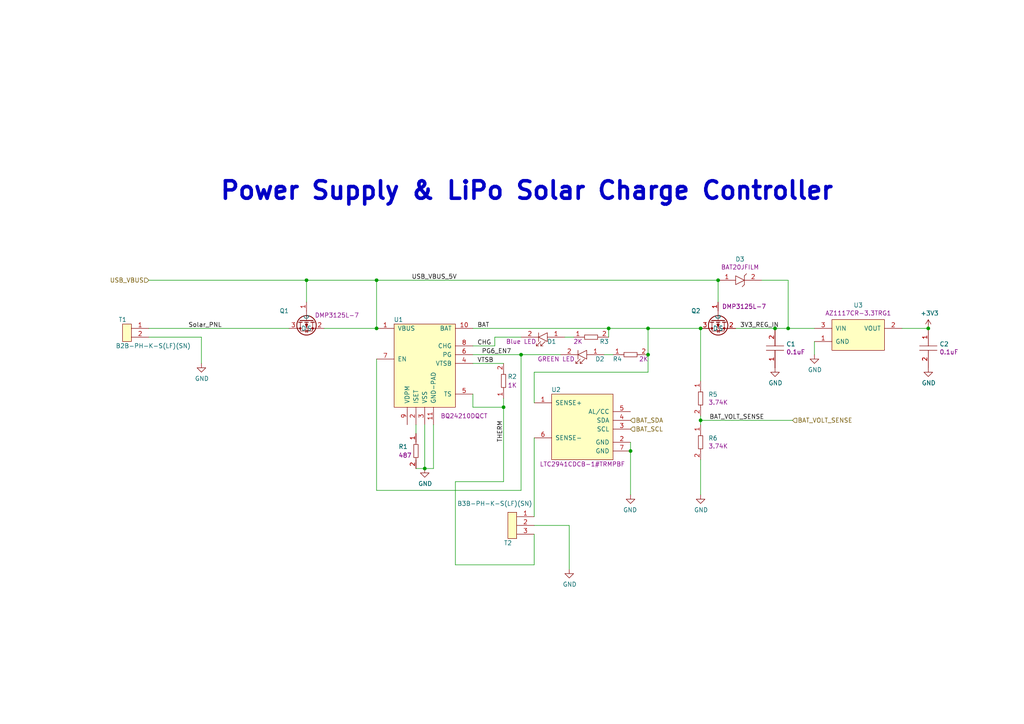
<source format=kicad_sch>
(kicad_sch (version 20231120) (generator "eeschema") (generator_version "8.0")
  (paper "A4")
  (lib_symbols
    (symbol "AVR-KiCAD-Lib-Capacitors:C0402C104K9PACTU" (pin_names (offset 1.016))
      (property "Reference" "C" (at -2.54 2.54 0))
      (property "_Value_" "0.1uF" (at 58.42 63.5 0))
      (symbol "C0402C104K9PACTU_1_1"
        (polyline (pts (xy 0 2.54) (xy 0 -2.54)))
        (polyline (pts (xy 1.27 2.54) (xy 1.27 -2.54)))
        (pin input line (at -5.08 0 0) (length 5.08) (name "~") (number "1"))
        (pin input line (at 6.35 0 180) (length 5.08) (name "~") (number "2"))
      )
    )
    (symbol "AVR-KiCAD-Lib-Capacitors:C0805C104M5RACTU" (pin_names (offset 1.016))
      (property "Reference" "C" (at -2.54 2.54 0))
      (property "_Value_" "0.1uF" (at 58.42 63.5 0))
      (symbol "C0805C104M5RACTU_1_1"
        (polyline (pts (xy 0 2.54) (xy 0 -2.54)))
        (polyline (pts (xy 1.27 2.54) (xy 1.27 -2.54)))
        (pin input line (at -5.08 0 0) (length 5.08) (name "~") (number "1"))
        (pin input line (at 6.35 0 180) (length 5.08) (name "~") (number "2"))
      )
    )
    (symbol "AVR-KiCAD-Lib-Connectors:B2B-PH-K-S(LF)(SN)" (pin_names (offset 1.016))
      (property "Reference" "J" (at 0 1.27 0))
      (property "Value" "B2B-PH-K-S(LF)(SN)" (at 3.81 -11.43 0))
      (symbol "B2B-PH-K-S(LF)(SN)_0_1"
        (rectangle (start 2.54 -5.08) (end 0 0) (fill (type background)))
      )
      (symbol "B2B-PH-K-S(LF)(SN)_1_1"
        (pin passive line (at 7.62 -1.27 180) (length 5.08) (name "~") (number "1"))
        (pin passive line (at 7.62 -3.81 180) (length 5.08) (name "~") (number "2"))
      )
    )
    (symbol "AVR-KiCAD-Lib-Connectors:B3B-PH-K-S(LF)(SN)" (pin_names (offset 1.016))
      (property "Reference" "J" (at 0 1.27 0))
      (property "Value" "B3B-PH-K-S(LF)(SN)" (at 3.81 -11.43 0))
      (symbol "B3B-PH-K-S(LF)(SN)_0_1"
        (rectangle (start 2.54 -7.62) (end 0 0) (fill (type background)))
      )
      (symbol "B3B-PH-K-S(LF)(SN)_1_1"
        (pin passive line (at 7.62 -1.27 180) (length 5.08) (name "~") (number "1"))
        (pin passive line (at 7.62 -3.81 180) (length 5.08) (name "~") (number "2"))
        (pin passive line (at 7.62 -6.35 180) (length 5.08) (name "~") (number "3"))
      )
    )
    (symbol "AVR-KiCAD-Lib-Diodes:BAT20JFILM" (pin_names (offset 1.016))
      (property "Reference" "D" (at -2.54 2.54 0))
      (property "_Value_" "BAT20JFILM" (at 58.42 63.5 0))
      (symbol "BAT20JFILM_0_1"
        (polyline (pts (xy 1.27 -1.27) (xy 0.635 -1.905)))
        (polyline (pts (xy 1.27 1.27) (xy 1.27 -1.27)))
        (polyline (pts (xy 1.27 1.27) (xy 1.905 1.905)))
        (polyline (pts (xy -1.27 1.27) (xy -1.27 -1.27) (xy 1.27 0) (xy -1.27 1.27)))
      )
      (symbol "BAT20JFILM_1_1"
        (pin passive line (at -6.35 0 0) (length 5.08) (name "~") (number "1"))
        (pin passive line (at 6.35 0 180) (length 5.08) (name "~") (number "2"))
      )
    )
    (symbol "AVR-KiCAD-Lib-Diodes:LTST-C194KGKT" (pin_names (offset 1.016))
      (property "Reference" "D" (at -2.54 2.54 0))
      (property "_Value_" "GREEN LED" (at 58.42 63.5 0))
      (symbol "LTST-C194KGKT_0_1"
        (polyline (pts (xy -0.635 1.27) (xy 0.635 2.54)))
        (polyline (pts (xy 0.635 2.54) (xy 0 2.54)))
        (polyline (pts (xy 0.635 2.54) (xy 0.635 1.905)))
        (polyline (pts (xy 1.27 -1.27) (xy 1.27 1.27)))
        (polyline (pts (xy 1.905 2.54) (xy 1.905 1.905)))
        (polyline (pts (xy 0.635 1.27) (xy 1.905 2.54) (xy 1.27 2.54)))
        (polyline (pts (xy -1.27 1.27) (xy -1.27 -1.27) (xy 1.27 0) (xy -1.27 1.27)))
      )
      (symbol "LTST-C194KGKT_1_1"
        (pin passive line (at -6.35 0 0) (length 5.08) (name "~") (number "1"))
        (pin passive line (at 6.35 0 180) (length 5.08) (name "~") (number "2"))
      )
    )
    (symbol "AVR-KiCAD-Lib-Diodes:LTST-C194TBKT" (pin_names (offset 1.016))
      (property "Reference" "D" (at -2.54 2.54 0))
      (property "_Value_" "Blue LED" (at 58.42 63.5 0))
      (symbol "LTST-C194TBKT_0_1"
        (polyline (pts (xy -0.635 1.27) (xy 0.635 2.54)))
        (polyline (pts (xy 0.635 2.54) (xy 0 2.54)))
        (polyline (pts (xy 0.635 2.54) (xy 0.635 1.905)))
        (polyline (pts (xy 1.27 -1.27) (xy 1.27 1.27)))
        (polyline (pts (xy 1.905 2.54) (xy 1.905 1.905)))
        (polyline (pts (xy 0.635 1.27) (xy 1.905 2.54) (xy 1.27 2.54)))
        (polyline (pts (xy -1.27 1.27) (xy -1.27 -1.27) (xy 1.27 0) (xy -1.27 1.27)))
      )
      (symbol "LTST-C194TBKT_1_1"
        (pin passive line (at -6.35 0 0) (length 5.08) (name "~") (number "1"))
        (pin passive line (at 6.35 0 180) (length 5.08) (name "~") (number "2"))
      )
    )
    (symbol "AVR-KiCAD-Lib-ICs:AZ1117CR-3.3TRG1" (pin_names (offset 1.016))
      (property "Reference" "U" (at 0 1.27 0))
      (property "_Value_" "AZ1117CR-3.3TRG1" (at 58.42 63.5 0))
      (symbol "AZ1117CR-3.3TRG1_1_1"
        (rectangle (start 0 0) (end 15.24 -8.89) (fill (type background)))
        (pin passive line (at -5.08 -6.35 0) (length 5.08) (name "GND") (number "1"))
        (pin power_out line (at 20.32 -2.54 180) (length 5.08) (name "VOUT") (number "2"))
        (pin power_in line (at -5.08 -2.54 0) (length 5.08) (name "VIN") (number "3"))
      )
    )
    (symbol "AVR-KiCAD-Lib-ICs:BQ24210DQCT" (pin_names (offset 1.016))
      (property "Reference" "U" (at 0 1.27 0))
      (property "_Value_" "BQ24210DQCT" (at 58.42 63.5 0))
      (symbol "BQ24210DQCT_1_1"
        (rectangle (start 0 0) (end 17.78 -24.13) (fill (type background)))
        (pin input line (at -5.08 -1.27 0) (length 5.08) (name "VBUS") (number "1"))
        (pin input line (at 22.86 -1.27 180) (length 5.08) (name "BAT") (number "10"))
        (pin input line (at 11.43 -29.21 90) (length 5.08) (name "GND-PAD") (number "11"))
        (pin input line (at 6.35 -29.21 90) (length 5.08) (name "ISET") (number "2"))
        (pin input line (at 8.89 -29.21 90) (length 5.08) (name "VSS") (number "3"))
        (pin input line (at 22.86 -11.43 180) (length 5.08) (name "VTSB") (number "4"))
        (pin input line (at 22.86 -20.32 180) (length 5.08) (name "TS") (number "5"))
        (pin input line (at 22.86 -8.89 180) (length 5.08) (name "PG") (number "6"))
        (pin input line (at -5.08 -10.16 0) (length 5.08) (name "EN") (number "7"))
        (pin input line (at 22.86 -6.35 180) (length 5.08) (name "CHG") (number "8"))
        (pin input line (at 3.81 -29.21 90) (length 5.08) (name "VDPM") (number "9"))
      )
    )
    (symbol "AVR-KiCAD-Lib-ICs:LTC2941CDCB-1#TRMPBF" (pin_names (offset 1.016))
      (property "Reference" "U" (at 1.27 1.27 0))
      (property "_Value_" "LTC2941CDCB-1#TRMPBF" (at 11.43 -20.32 0))
      (symbol "LTC2941CDCB-1#TRMPBF_0_1"
        (rectangle (start 0 0) (end 17.78 -19.05) (fill (type background)))
      )
      (symbol "LTC2941CDCB-1#TRMPBF_1_1"
        (pin input line (at 22.86 -2.54 180) (length 5.08) (name "SENSE+") (number "1"))
        (pin passive line (at -5.08 -13.97 0) (length 5.08) (name "GND") (number "2"))
        (pin input line (at -5.08 -10.16 0) (length 5.08) (name "SCL") (number "3"))
        (pin bidirectional line (at -5.08 -7.62 0) (length 5.08) (name "SDA") (number "4"))
        (pin output line (at -5.08 -5.08 0) (length 5.08) (name "AL/CC") (number "5"))
        (pin input line (at 22.86 -12.7 180) (length 5.08) (name "SENSE-") (number "6"))
        (pin passive line (at -5.08 -16.51 0) (length 5.08) (name "GND") (number "7"))
      )
    )
    (symbol "AVR-KiCAD-Lib-Resistors:ERA-3AEB3741V" (pin_names (offset 1.016))
      (property "Reference" "R" (at -2.54 2.54 0))
      (property "Value" "ERA-3AEB3741V" (at 1.27 5.08 0))
      (property "_Value_" "3.74K" (at 58.42 63.5 0))
      (symbol "ERA-3AEB3741V_0_1"
        (rectangle (start -1.905 0.635) (end 1.905 -0.635))
        (polyline (pts (xy -2.54 0) (xy -1.905 0)))
        (polyline (pts (xy -1.905 0) (xy -1.905 0)))
        (polyline (pts (xy 1.905 0) (xy 1.905 0)))
        (polyline (pts (xy 2.54 0) (xy 1.905 0)))
      )
      (symbol "ERA-3AEB3741V_1_1"
        (pin passive line (at -5.08 0 0) (length 2.5146) (name "~") (number "1"))
        (pin passive line (at 5.08 0 180) (length 2.5146) (name "~") (number "2"))
      )
    )
    (symbol "AVR-KiCAD-Lib-Resistors:RC0402FR-071KL" (pin_names (offset 1.016))
      (property "Reference" "R" (at -2.54 2.54 0))
      (property "Value" "RC0402FR-071KL" (at 1.27 5.08 0))
      (property "_Value_" "1K" (at 58.42 63.5 0))
      (symbol "RC0402FR-071KL_0_1"
        (rectangle (start -1.905 0.635) (end 1.905 -0.635))
        (polyline (pts (xy -2.54 0) (xy -1.905 0)))
        (polyline (pts (xy -1.905 0) (xy -1.905 0)))
        (polyline (pts (xy 1.905 0) (xy 1.905 0)))
        (polyline (pts (xy 2.54 0) (xy 1.905 0)))
      )
      (symbol "RC0402FR-071KL_1_1"
        (pin passive line (at -5.08 0 0) (length 2.5146) (name "~") (number "1"))
        (pin passive line (at 5.08 0 180) (length 2.5146) (name "~") (number "2"))
      )
    )
    (symbol "AVR-KiCAD-Lib-Resistors:RC0402FR-072KL" (pin_names (offset 1.016))
      (property "Reference" "R" (at -2.54 2.54 0))
      (property "Value" "RC0402FR-072KL" (at 1.27 5.08 0))
      (property "_Value_" "2K" (at 58.42 63.5 0))
      (symbol "RC0402FR-072KL_0_1"
        (rectangle (start -1.905 0.635) (end 1.905 -0.635))
        (polyline (pts (xy -2.54 0) (xy -1.905 0)))
        (polyline (pts (xy -1.905 0) (xy -1.905 0)))
        (polyline (pts (xy 1.905 0) (xy 1.905 0)))
        (polyline (pts (xy 2.54 0) (xy 1.905 0)))
      )
      (symbol "RC0402FR-072KL_1_1"
        (pin passive line (at -5.08 0 0) (length 2.5146) (name "~") (number "1"))
        (pin passive line (at 5.08 0 180) (length 2.5146) (name "~") (number "2"))
      )
    )
    (symbol "AVR-KiCAD-Lib-Resistors:RC0402FR-07487RL" (pin_names (offset 1.016))
      (property "Reference" "R" (at -2.54 2.54 0))
      (property "Value" "RC0402FR-07487RL" (at 1.27 5.08 0))
      (property "_Value_" "487" (at 58.42 63.5 0))
      (symbol "RC0402FR-07487RL_0_1"
        (rectangle (start -1.905 0.635) (end 1.905 -0.635))
        (polyline (pts (xy -2.54 0) (xy -1.905 0)))
        (polyline (pts (xy -1.905 0) (xy -1.905 0)))
        (polyline (pts (xy 1.905 0) (xy 1.905 0)))
        (polyline (pts (xy 2.54 0) (xy 1.905 0)))
      )
      (symbol "RC0402FR-07487RL_1_1"
        (pin passive line (at -5.08 0 0) (length 2.5146) (name "~") (number "1"))
        (pin passive line (at 5.08 0 180) (length 2.5146) (name "~") (number "2"))
      )
    )
    (symbol "AVR-KiCAD-Lib-Transistors:DMP3125L-7" (pin_names (offset 1.016))
      (property "Reference" "Q?" (at -3.81 3.81 0))
      (property "_Value_" "DMP3125L-7" (at 58.42 63.5 0))
      (symbol "DMP3125L-7_1_1"
        (circle (center -0.889 0) (radius 2.8194) (stroke (width 0.254)))
        (circle (center 0 -1.778) (radius 0.2794) (fill (type outline)))
        (polyline (pts (xy -5.08 0) (xy -2.286 0)))
        (polyline (pts (xy -1.778 -1.778) (xy 0 -1.778)))
        (polyline (pts (xy -1.778 -1.27) (xy -1.778 -2.286)) (stroke (width 0.254)))
        (polyline (pts (xy -1.778 0) (xy 0 0)))
        (polyline (pts (xy -1.778 0.508) (xy -1.778 -0.508)) (stroke (width 0.254)))
        (polyline (pts (xy -1.778 1.778) (xy 0 1.778)))
        (polyline (pts (xy -1.778 2.286) (xy -1.778 1.27)) (stroke (width 0.254)))
        (polyline (pts (xy 0 -1.778) (xy 0 -2.54)))
        (polyline (pts (xy 0 -1.778) (xy 0 0)))
        (polyline (pts (xy 0 2.54) (xy 0 1.778)))
        (polyline (pts (xy -2.286 1.905) (xy -2.286 -1.905) (xy -2.286 -1.905)) (stroke (width 0.254)))
        (polyline (pts (xy -0.254 0) (xy -1.27 -0.381) (xy -1.27 0.381) (xy -0.254 0)) (fill (type outline)))
        (polyline (pts (xy 0 -1.778) (xy 0.762 -1.778) (xy 0.762 1.778) (xy 0 1.778)))
        (polyline (pts (xy 0.254 -0.508) (xy 0.381 -0.381) (xy 1.143 -0.381) (xy 1.27 -0.254)))
        (polyline (pts (xy 0.762 -0.381) (xy 0.381 0.254) (xy 1.143 0.254) (xy 0.762 -0.381)))
        (circle (center 0 1.778) (radius 0.2794) (fill (type outline)))
        (pin input line (at -7.62 0 0) (length 2.54) (name "G") (number "1"))
        (pin passive line (at 0 -5.08 90) (length 2.54) (name "S") (number "2"))
        (pin passive line (at 0 5.08 270) (length 2.54) (name "D") (number "3"))
      )
    )
    (symbol "agricoltura-SunLeaf-2.4G-rescue:+3V3-power" (power) (pin_names (offset 0))
      (property "Value" "power_+3V3" (at 0 3.556 0))
      (symbol "+3V3-power_0_1"
        (polyline (pts (xy -0.762 1.27) (xy 0 2.54)))
        (polyline (pts (xy 0 0) (xy 0 2.54)))
        (polyline (pts (xy 0 2.54) (xy 0.762 1.27)))
      )
      (symbol "+3V3-power_1_1"
        (pin power_in line (at 0 0 90) (length 0) hide (name "+3V3") (number "1"))
      )
    )
    (symbol "agricoltura-SunLeaf-2.4G-rescue:GND-power" (power) (pin_names (offset 0))
      (property "Value" "power_GND" (at 0 -3.81 0))
      (symbol "GND-power_0_1"
        (polyline (pts (xy 0 0) (xy 0 -1.27) (xy 1.27 -1.27) (xy 0 -2.54) (xy -1.27 -1.27) (xy 0 -1.27)))
      )
      (symbol "GND-power_1_1"
        (pin power_in line (at 0 0 270) (length 0) hide (name "GND") (number "1"))
      )
    )
  )
  (junction (at 182.88 130.81))
  (junction (at 187.96 95.25))
  (junction (at 109.22 95.25))
  (junction (at 228.6 95.25))
  (junction (at 123.19 135.89))
  (junction (at 176.53 95.25))
  (junction (at 187.96 102.87))
  (junction (at 208.28 81.28))
  (junction (at 203.2 121.92))
  (junction (at 146.05 118.11))
  (junction (at 109.22 81.28))
  (junction (at 203.2 95.25))
  (junction (at 224.79 95.25))
  (junction (at 88.9 81.28))
  (junction (at 151.13 102.87))
  (junction (at 269.24 95.25))
  (wire (pts (xy 228.6 81.28) (xy 228.6 95.25)))
  (wire (pts (xy 132.08 163.83) (xy 154.94 163.83)))
  (wire (pts (xy 203.2 133.35) (xy 203.2 143.51)))
  (wire (pts (xy 220.98 81.28) (xy 228.6 81.28)))
  (wire (pts (xy 187.96 95.25) (xy 203.2 95.25)))
  (wire (pts (xy 236.22 99.06) (xy 236.22 102.87)))
  (wire (pts (xy 109.22 81.28) (xy 88.9 81.28)))
  (wire (pts (xy 132.08 163.83) (xy 132.08 139.7)))
  (wire (pts (xy 125.73 135.89) (xy 125.73 123.19)))
  (wire (pts (xy 109.22 142.24) (xy 109.22 104.14)))
  (wire (pts (xy 137.16 118.11) (xy 146.05 118.11)))
  (wire (pts (xy 224.79 95.25) (xy 228.6 95.25)))
  (wire (pts (xy 137.16 102.87) (xy 151.13 102.87)))
  (wire (pts (xy 120.65 123.19) (xy 120.65 125.73)))
  (wire (pts (xy 146.05 118.11) (xy 146.05 115.57)))
  (wire (pts (xy 154.94 107.95) (xy 187.96 107.95)))
  (wire (pts (xy 213.36 95.25) (xy 224.79 95.25)))
  (wire (pts (xy 123.19 135.89) (xy 125.73 135.89)))
  (wire (pts (xy 151.13 97.79) (xy 143.51 97.79)))
  (wire (pts (xy 151.13 102.87) (xy 151.13 142.24)))
  (wire (pts (xy 123.19 123.19) (xy 123.19 135.89)))
  (wire (pts (xy 203.2 95.25) (xy 203.2 110.49)))
  (wire (pts (xy 88.9 87.63) (xy 88.9 81.28)))
  (wire (pts (xy 154.94 152.4) (xy 165.1 152.4)))
  (wire (pts (xy 165.1 152.4) (xy 165.1 165.1)))
  (wire (pts (xy 203.2 120.65) (xy 203.2 121.92)))
  (wire (pts (xy 154.94 163.83) (xy 154.94 154.94)))
  (wire (pts (xy 175.26 102.87) (xy 177.8 102.87)))
  (wire (pts (xy 109.22 95.25) (xy 93.98 95.25)))
  (wire (pts (xy 203.2 121.92) (xy 203.2 123.19)))
  (wire (pts (xy 228.6 95.25) (xy 236.22 95.25)))
  (wire (pts (xy 187.96 102.87) (xy 187.96 95.25)))
  (wire (pts (xy 182.88 128.27) (xy 182.88 130.81)))
  (wire (pts (xy 154.94 116.84) (xy 154.94 107.95)))
  (wire (pts (xy 43.18 95.25) (xy 83.82 95.25)))
  (wire (pts (xy 58.42 97.79) (xy 58.42 105.41)))
  (wire (pts (xy 151.13 102.87) (xy 162.56 102.87)))
  (wire (pts (xy 137.16 100.33) (xy 143.51 100.33)))
  (wire (pts (xy 208.28 81.28) (xy 109.22 81.28)))
  (wire (pts (xy 187.96 107.95) (xy 187.96 102.87)))
  (wire (pts (xy 203.2 121.92) (xy 229.87 121.92)))
  (wire (pts (xy 137.16 105.41) (xy 146.05 105.41)))
  (wire (pts (xy 151.13 142.24) (xy 109.22 142.24)))
  (wire (pts (xy 109.22 95.25) (xy 109.22 81.28)))
  (wire (pts (xy 176.53 95.25) (xy 187.96 95.25)))
  (wire (pts (xy 176.53 97.79) (xy 176.53 95.25)))
  (wire (pts (xy 120.65 135.89) (xy 123.19 135.89)))
  (wire (pts (xy 261.62 95.25) (xy 269.24 95.25)))
  (wire (pts (xy 154.94 149.86) (xy 154.94 127)))
  (wire (pts (xy 208.28 81.28) (xy 208.28 87.63)))
  (wire (pts (xy 163.83 97.79) (xy 166.37 97.79)))
  (wire (pts (xy 88.9 81.28) (xy 43.18 81.28)))
  (wire (pts (xy 43.18 97.79) (xy 58.42 97.79)))
  (wire (pts (xy 146.05 118.11) (xy 146.05 139.7)))
  (wire (pts (xy 137.16 95.25) (xy 176.53 95.25)))
  (wire (pts (xy 137.16 114.3) (xy 137.16 118.11)))
  (wire (pts (xy 132.08 139.7) (xy 146.05 139.7)))
  (wire (pts (xy 143.51 97.79) (xy 143.51 100.33)))
  (wire (pts (xy 182.88 130.81) (xy 182.88 143.51)))
  (text "Power Supply & LiPo Solar Charge Controller" (at 63.5 58.42 0) (effects (font (size 5.08 5.08) (thickness 1.016) (bold yes)) (justify left bottom)))
  (label "3V3_REG_IN" (at 214.63 95.25 0))
  (label "BAT" (at 138.43 95.25 0))
  (label "CHG" (at 138.43 100.33 0))
  (label "VTSB" (at 138.43 105.41 0))
  (label "PG6_EN7" (at 139.7 102.87 0))
  (label "BAT_VOLT_SENSE" (at 205.74 121.92 0))
  (label "USB_VBUS_5V" (at 119.38 81.28 0))
  (label "THERM" (at 146.05 128.27 90))
  (label "Solar_PNL" (at 54.61 95.25 0))
  (hierarchical_label "BAT_SDA" (shape input) (at 182.88 121.92 0))
  (hierarchical_label "USB_VBUS" (shape input) (at 43.18 81.28 180))
  (hierarchical_label "BAT_VOLT_SENSE" (shape input) (at 229.87 121.92 0))
  (hierarchical_label "BAT_SCL" (shape input) (at 182.88 124.46 0))
  (symbol (lib_id "AVR-KiCAD-Lib-Transistors:DMP3125L-7") (at 88.9 95.25 90) (mirror x) (unit 1)
    (property "Reference" "Q1" (at 83.82 90.17 90) (effects (justify left)))
    (property "Value" "DMP3125L-7" (effects (hide yes)))
    (property "Footprint" "growbox-KiCAD-Transistors:SOT-23" (effects (hide yes)))
    (property "Datasheet" "https://www.diodes.com/assets/Datasheets/DMP3125L.pdf" (effects (hide yes)))
    (property "Cost QTY: 1" "0.46000" (effects (hide yes)))
    (property "Cost QTY: 1000" "0.09759" (effects (hide yes)))
    (property "Cost QTY: 2500" "*" (effects (hide yes)))
    (property "Cost QTY: 5000" "0.08324" (effects (hide yes)))
    (property "Cost QTY: 10000" "0.07624" (effects (hide yes)))
    (property "MFR" "Diodes Incorporated" (effects (hide yes)))
    (property "MFR#" "DMP3125L-7" (effects (hide yes)))
    (property "Vendor" "Digikey" (effects (hide yes)))
    (property "Vendor #" "DMP3125L-7DICT-ND" (effects (hide yes)))
    (property "Designer" "AVR" (effects (hide yes)))
    (property "Height" "1.10mm" (effects (hide yes)))
    (property "Date Created" "3/1/2020" (effects (hide yes)))
    (property "Date Modified" "3/1/2020" (effects (hide yes)))
    (property "Lead-Free ?" "Yes" (effects (hide yes)))
    (property "RoHS Levels" "1" (effects (hide yes)))
    (property "Mounting" "SMT" (effects (hide yes)))
    (property "Pin Count #" "3" (effects (hide yes)))
    (property "Status" "Active" (effects (hide yes)))
    (property "Tolerance" "*" (effects (hide yes)))
    (property "Type" "P-Channel MOSFET" (effects (hide yes)))
    (property "Voltage" "20V" (effects (hide yes)))
    (property "Package" "SOT23" (effects (hide yes)))
    (property "Description" "P-Channel 30V 2.5A (Ta) 650mW (Ta) Surface Mount SOT-23" (effects (hide yes)))
    (property "_Value_" "DMP3125L-7" (at 104.14 91.44 90) (effects (justify left)))
    (property "Management_ID" "*" (effects (hide yes)))
  )
  (symbol (lib_id "AVR-KiCAD-Lib-ICs:BQ24210DQCT") (at 114.3 93.98 0) (unit 1)
    (property "Reference" "U1" (at 115.57 92.71 0))
    (property "Value" "BQ24210DQCT" (effects (hide yes)))
    (property "Footprint" "growbox-KiCAD-ICs:BQ24210" (effects (hide yes)))
    (property "Datasheet" "http://www.ti.com/general/docs/suppproductinfo.tsp?distId=10&gotoUrl=http%3A%2F%2Fwww.ti.com%2Flit%2Fgpn%2Fbq24210" (effects (hide yes)))
    (property "Cost QTY: 1" "2.95000" (effects (hide yes)))
    (property "Cost QTY: 1000" "*" (effects (hide yes)))
    (property "Cost QTY: 2500" "*" (effects (hide yes)))
    (property "Cost QTY: 5000" "*" (effects (hide yes)))
    (property "Cost QTY: 10000" "*" (effects (hide yes)))
    (property "MFR" "Texas Instruments" (effects (hide yes)))
    (property "MFR#" "BQ24210DQCT" (effects (hide yes)))
    (property "Vendor" "Digikey" (effects (hide yes)))
    (property "Vendor #" "296-28738-1-ND" (effects (hide yes)))
    (property "Designer" "AVR" (effects (hide yes)))
    (property "Height" "0.8mm" (effects (hide yes)))
    (property "Date Created" "6/4/2020" (effects (hide yes)))
    (property "Date Modified" "6/4/2020" (effects (hide yes)))
    (property "Lead-Free ?" "Yes" (effects (hide yes)))
    (property "RoHS Levels" "1" (effects (hide yes)))
    (property "Mounting" "SMT" (effects (hide yes)))
    (property "Pin Count #" "10" (effects (hide yes)))
    (property "Status" "Active" (effects (hide yes)))
    (property "Tolerance" "*" (effects (hide yes)))
    (property "Type" "Battery Charger and BMS" (effects (hide yes)))
    (property "Voltage" "18V MAX IN, 4.2V BATT MAX" (effects (hide yes)))
    (property "Package" "WSON10" (effects (hide yes)))
    (property "Description" "Charger IC Lithium-Ion 10-WSON (3x2)" (effects (hide yes)))
    (property "_Value_" "BQ24210DQCT" (at 134.62 120.65 0))
    (property "Management_ID" "*" (effects (hide yes)))
  )
  (symbol (lib_id "AVR-KiCAD-Lib-Diodes:LTST-C194TBKT") (at 157.48 97.79 180) (unit 1)
    (property "Reference" "D1" (at 160.02 99.06 0))
    (property "Value" "LTST-C194TBKT" (effects (hide yes)))
    (property "Footprint" "AVR-KiCAD-Lib-Diodes:LED0603" (effects (hide yes)))
    (property "Datasheet" "http://optoelectronics.liteon.com/upload/download/DS22-2010-0025/LTST-C194TBKT.PDF" (effects (hide yes)))
    (property "Cost QTY: 1" "0.42000" (effects (hide yes)))
    (property "Cost QTY: 1000" "0.07797" (effects (hide yes)))
    (property "Cost QTY: 2500" "*" (effects (hide yes)))
    (property "Cost QTY: 5000" "0.06102" (effects (hide yes)))
    (property "Cost QTY: 10000" "0.05424" (effects (hide yes)))
    (property "MFR" "Lite-On Inc." (effects (hide yes)))
    (property "MFR#" "LTST-C194TBKT" (effects (hide yes)))
    (property "Vendor" "Digikey" (effects (hide yes)))
    (property "Vendor #" "160-1837-2-ND" (effects (hide yes)))
    (property "Designer" "AVR" (effects (hide yes)))
    (property "Height" "0.45mm" (effects (hide yes)))
    (property "Date Created" "3/1/2020" (effects (hide yes)))
    (property "Date Modified" "3/1/2020" (effects (hide yes)))
    (property "Lead-Free ?" "Yes" (effects (hide yes)))
    (property "RoHS Levels" "1" (effects (hide yes)))
    (property "Mounting" "SMT" (effects (hide yes)))
    (property "Pin Count #" "2" (effects (hide yes)))
    (property "Status" "Active" (effects (hide yes)))
    (property "Tolerance" "*" (effects (hide yes)))
    (property "Type" "Blue LED Colorless" (effects (hide yes)))
    (property "Voltage" "3.3V" (effects (hide yes)))
    (property "Package" "0603" (effects (hide yes)))
    (property "Description" "Blue 468nm LED Indication - Discrete 3.3V 0603 (1608 Metric)" (effects (hide yes)))
    (property "_Value_" "Blue LED" (at 151.13 99.06 0))
    (property "Management_ID" "*" (effects (hide yes)))
  )
  (symbol (lib_id "AVR-KiCAD-Lib-Resistors:RC0402FR-072KL") (at 171.45 97.79 0) (unit 1)
    (property "Reference" "R3" (at 175.26 99.06 0))
    (property "Value" "RC0402FR-072KL" (effects (hide yes)))
    (property "Footprint" "AVR-KiCAD-Lib-Resistors:R0402" (effects (hide yes)))
    (property "Datasheet" "https://www.yageo.com/upload/media/product/productsearch/datasheet/rchip/PYu-RC_Group_51_RoHS_L_10.pdf" (effects (hide yes)))
    (property "Cost QTY: 1" "0.10000" (effects (hide yes)))
    (property "Cost QTY: 1000" "0.00289" (effects (hide yes)))
    (property "Cost QTY: 2500" "0.00251" (effects (hide yes)))
    (property "Cost QTY: 5000" "0.00207" (effects (hide yes)))
    (property "Cost QTY: 10000" "0.00163" (effects (hide yes)))
    (property "MFR" "Yageo" (effects (hide yes)))
    (property "MFR#" "RC0402FR-072KL" (effects (hide yes)))
    (property "Vendor" "Digikey" (effects (hide yes)))
    (property "Vendor #" "311-2KLRCT-ND" (effects (hide yes)))
    (property "Designer" "AVR" (effects (hide yes)))
    (property "Height" "0.4mm" (effects (hide yes)))
    (property "Date Created" "7/6/2020" (effects (hide yes)))
    (property "Date Modified" "7/6/2020" (effects (hide yes)))
    (property "Lead-Free ?" "Yes" (effects (hide yes)))
    (property "RoHS Levels" "1" (effects (hide yes)))
    (property "Mounting" "SMT" (effects (hide yes)))
    (property "Pin Count #" "2" (effects (hide yes)))
    (property "Status" "Active" (effects (hide yes)))
    (property "Tolerance" "1%" (effects (hide yes)))
    (property "Type" "Resistor" (effects (hide yes)))
    (property "Voltage" "*" (effects (hide yes)))
    (property "Package" "0402" (effects (hide yes)))
    (property "_Value_" "2K" (at 167.64 99.06 0))
    (property "Description" "2 kOhms ±1% 0.063W, 1/16W Chip Resistor 0402 (1005 Metric) Moisture Resistant Thick Film" (effects (hide yes)))
    (property "Management_ID" "*" (effects (hide yes)))
  )
  (symbol (lib_id "AVR-KiCAD-Lib-Resistors:RC0402FR-072KL") (at 182.88 102.87 0) (unit 1)
    (property "Reference" "R4" (at 179.07 104.14 0))
    (property "Value" "RC0402FR-072KL" (effects (hide yes)))
    (property "Footprint" "AVR-KiCAD-Lib-Resistors:R0402" (effects (hide yes)))
    (property "Datasheet" "https://www.yageo.com/upload/media/product/productsearch/datasheet/rchip/PYu-RC_Group_51_RoHS_L_10.pdf" (effects (hide yes)))
    (property "Cost QTY: 1" "0.10000" (effects (hide yes)))
    (property "Cost QTY: 1000" "0.00289" (effects (hide yes)))
    (property "Cost QTY: 2500" "0.00251" (effects (hide yes)))
    (property "Cost QTY: 5000" "0.00207" (effects (hide yes)))
    (property "Cost QTY: 10000" "0.00163" (effects (hide yes)))
    (property "MFR" "Yageo" (effects (hide yes)))
    (property "MFR#" "RC0402FR-072KL" (effects (hide yes)))
    (property "Vendor" "Digikey" (effects (hide yes)))
    (property "Vendor #" "311-2KLRCT-ND" (effects (hide yes)))
    (property "Designer" "AVR" (effects (hide yes)))
    (property "Height" "0.4mm" (effects (hide yes)))
    (property "Date Created" "7/6/2020" (effects (hide yes)))
    (property "Date Modified" "7/6/2020" (effects (hide yes)))
    (property "Lead-Free ?" "Yes" (effects (hide yes)))
    (property "RoHS Levels" "1" (effects (hide yes)))
    (property "Mounting" "SMT" (effects (hide yes)))
    (property "Pin Count #" "2" (effects (hide yes)))
    (property "Status" "Active" (effects (hide yes)))
    (property "Tolerance" "1%" (effects (hide yes)))
    (property "Type" "Resistor" (effects (hide yes)))
    (property "Voltage" "*" (effects (hide yes)))
    (property "Package" "0402" (effects (hide yes)))
    (property "_Value_" "2K" (at 186.69 104.14 0))
    (property "Description" "2 kOhms ±1% 0.063W, 1/16W Chip Resistor 0402 (1005 Metric) Moisture Resistant Thick Film" (effects (hide yes)))
    (property "Management_ID" "*" (effects (hide yes)))
  )
  (symbol (lib_id "AVR-KiCAD-Lib-Resistors:RC0402FR-071KL") (at 146.05 110.49 90) (unit 1)
    (property "Reference" "R2" (at 148.59 109.22 90))
    (property "Value" "RC0402FR-071KL" (effects (hide yes)))
    (property "Footprint" "AVR-KiCAD-Lib-Resistors:R0402" (effects (hide yes)))
    (property "Datasheet" "https://www.yageo.com/upload/media/product/productsearch/datasheet/rchip/PYu-RC_Group_51_RoHS_L_10.pdf" (effects (hide yes)))
    (property "Cost QTY: 1" "0.10000" (effects (hide yes)))
    (property "Cost QTY: 1000" "0.00289" (effects (hide yes)))
    (property "Cost QTY: 2500" "0.00251" (effects (hide yes)))
    (property "Cost QTY: 5000" "0.00207" (effects (hide yes)))
    (property "Cost QTY: 10000" "0.00163" (effects (hide yes)))
    (property "MFR" "Yageo" (effects (hide yes)))
    (property "MFR#" "RC0402FR-071KL" (effects (hide yes)))
    (property "Vendor" "Digikey" (effects (hide yes)))
    (property "Vendor #" "311-1.00KLRTR-ND" (effects (hide yes)))
    (property "Designer" "AVR" (effects (hide yes)))
    (property "Height" "0.4mm" (effects (hide yes)))
    (property "Date Created" "12/11/2019" (effects (hide yes)))
    (property "Date Modified" "12/11/2019" (effects (hide yes)))
    (property "Lead-Free ?" "Yes" (effects (hide yes)))
    (property "RoHS Levels" "1" (effects (hide yes)))
    (property "Mounting" "SMT" (effects (hide yes)))
    (property "Pin Count #" "2" (effects (hide yes)))
    (property "Status" "Active" (effects (hide yes)))
    (property "Tolerance" "1%" (effects (hide yes)))
    (property "Type" "Thick Film Resistor" (effects (hide yes)))
    (property "Voltage" "*" (effects (hide yes)))
    (property "Package" "0402" (effects (hide yes)))
    (property "_Value_" "1K" (at 148.59 111.76 90))
    (property "Management_ID" "*" (effects (hide yes)))
    (property "Description" " kOhms ±1% 0.063W, 1/16W Chip Resistor 0402 (1005 Metric) Moisture Resistant Thick Film" (effects (hide yes)))
  )
  (symbol (lib_id "AVR-KiCAD-Lib-ICs:AZ1117CR-3.3TRG1") (at 241.3 92.71 0) (unit 1)
    (property "Reference" "U3" (at 248.92 88.519 0))
    (property "Value" "AZ1117CR-3.3TRG1" (effects (hide yes)))
    (property "Footprint" "AVR-KiCAD-Lib-ICs:SOT_89" (effects (hide yes)))
    (property "Datasheet" "https://www.diodes.com/assets/Datasheets/AZ1117C.pdf" (effects (hide yes)))
    (property "Cost QTY: 1" "0.40000" (effects (hide yes)))
    (property "Cost QTY: 1000" "0.09898" (effects (hide yes)))
    (property "Cost QTY: 2500" "*" (effects (hide yes)))
    (property "Cost QTY: 5000" "0.08413" (effects (hide yes)))
    (property "Cost QTY: 10000" "0.07671" (effects (hide yes)))
    (property "MFR" "Diodes Incorporated" (effects (hide yes)))
    (property "MFR#" "AZ1117CR-3.3TRG1" (effects (hide yes)))
    (property "Vendor" "Digikey" (effects (hide yes)))
    (property "Vendor #" "AZ1117CR-3.3TRG1DITR-ND" (effects (hide yes)))
    (property "Designer" "AVR" (effects (hide yes)))
    (property "Height" "1.6mm" (effects (hide yes)))
    (property "Date Created" "7/9/2020" (effects (hide yes)))
    (property "Date Modified" "7/9/2020" (effects (hide yes)))
    (property "Lead-Free ?" "Yes" (effects (hide yes)))
    (property "RoHS Levels" "1" (effects (hide yes)))
    (property "Mounting" "SMT" (effects (hide yes)))
    (property "Pin Count #" "3" (effects (hide yes)))
    (property "Status" "Active" (effects (hide yes)))
    (property "Tolerance" "*" (effects (hide yes)))
    (property "Type" "IC, LDO" (effects (hide yes)))
    (property "Voltage" "15IN, 3V3 OUT" (effects (hide yes)))
    (property "Package" "SOT-89" (effects (hide yes)))
    (property "Description" "Linear Voltage Regulator IC  1 Output  800mA SOT-89" (effects (hide yes)))
    (property "_Value_" "AZ1117CR-3.3TRG1" (at 248.92 90.8304 0))
    (property "Management_ID" "*" (effects (hide yes)))
  )
  (symbol (lib_id "AVR-KiCAD-Lib-Resistors:ERA-3AEB3741V") (at 203.2 115.57 270) (unit 1)
    (property "Reference" "R5" (at 205.4352 114.4016 90) (effects (justify left)))
    (property "Value" "ERA-3AEB3741V" (effects (hide yes)))
    (property "Footprint" "AVR-KiCAD-Lib-Resistors:R0603" (effects (hide yes)))
    (property "Datasheet" "https://industrial.panasonic.com/cdbs/www-data/pdf/RDM0000/AOA0000C307.pdf" (effects (hide yes)))
    (property "Cost QTY: 1" "0.34000" (effects (hide yes)))
    (property "Cost QTY: 1000" "0.04673" (effects (hide yes)))
    (property "Cost QTY: 2500" "0.04284" (effects (hide yes)))
    (property "Cost QTY: 5000" "0.03540" (effects (hide yes)))
    (property "Cost QTY: 10000" "0.03304" (effects (hide yes)))
    (property "MFR" "Panasonic Electronic Components" (effects (hide yes)))
    (property "MFR#" "ERA-3AEB3741V" (effects (hide yes)))
    (property "Vendor" "Digikey" (effects (hide yes)))
    (property "Vendor #" "P3.74KDBTR-ND" (effects (hide yes)))
    (property "Designer" "AVR" (effects (hide yes)))
    (property "Height" "0.55mm" (effects (hide yes)))
    (property "Date Created" "7/9/2020" (effects (hide yes)))
    (property "Date Modified" "7/9/2020" (effects (hide yes)))
    (property "Lead-Free ?" "Yes" (effects (hide yes)))
    (property "RoHS Levels" "1" (effects (hide yes)))
    (property "Mounting" "SMT" (effects (hide yes)))
    (property "Pin Count #" "2" (effects (hide yes)))
    (property "Status" "Active" (effects (hide yes)))
    (property "Tolerance" "1%" (effects (hide yes)))
    (property "Type" "Resistor" (effects (hide yes)))
    (property "Voltage" "*" (effects (hide yes)))
    (property "Package" "0603" (effects (hide yes)))
    (property "_Value_" "3.74K" (at 205.4352 116.713 90) (effects (justify left)))
    (property "Management_ID" "*" (effects (hide yes)))
    (property "Description" "3.74 kOhms ±0.1% 0.1W, 1/10W Chip Resistor 0603 (1608 Metric) Automotive AEC-Q200 Thin Film" (effects (hide yes)))
  )
  (symbol (lib_id "AVR-KiCAD-Lib-Diodes:LTST-C194KGKT") (at 168.91 102.87 180) (unit 1)
    (property "Reference" "D2" (at 173.99 104.14 0))
    (property "Value" "LTST-C194KGKT" (effects (hide yes)))
    (property "Footprint" "AVR-KiCAD-Lib-Diodes:LED0603" (effects (hide yes)))
    (property "Datasheet" "https://optoelectronics.liteon.com/upload/download/DS22-2010-0197/LTST-C194KGKT.PDF" (effects (hide yes)))
    (property "Cost QTY: 1" "0.39000" (effects (hide yes)))
    (property "Cost QTY: 1000" "0.07027" (effects (hide yes)))
    (property "Cost QTY: 2500" "0.06877" (effects (hide yes)))
    (property "Cost QTY: 5000" "0.05980" (effects (hide yes)))
    (property "Cost QTY: 10000" "0.05382" (effects (hide yes)))
    (property "MFR" "Lite-On Inc." (effects (hide yes)))
    (property "MFR#" "LTST-C194KGKT" (effects (hide yes)))
    (property "Vendor" "Digikey" (effects (hide yes)))
    (property "Vendor #" "160-1834-2-ND" (effects (hide yes)))
    (property "Designer" "AVR" (effects (hide yes)))
    (property "Height" "0.45mm" (effects (hide yes)))
    (property "Date Created" "5/31/2020" (effects (hide yes)))
    (property "Date Modified" "5/31/2020" (effects (hide yes)))
    (property "Lead-Free ?" "Yes" (effects (hide yes)))
    (property "RoHS Levels" "1" (effects (hide yes)))
    (property "Mounting" "SMT" (effects (hide yes)))
    (property "Pin Count #" "2" (effects (hide yes)))
    (property "Status" "Active" (effects (hide yes)))
    (property "Tolerance" "*" (effects (hide yes)))
    (property "Type" "LED GREEN CLEAR SMD" (effects (hide yes)))
    (property "Voltage" "2.1V" (effects (hide yes)))
    (property "Package" "0603" (effects (hide yes)))
    (property "Description" "Green 572nm LED Indication - Discrete 2.1V 0603 (1608 Metric)" (effects (hide yes)))
    (property "_Value_" "GREEN LED" (at 161.29 104.14 0))
    (property "Management_ID" "*" (effects (hide yes)))
  )
  (symbol (lib_id "AVR-KiCAD-Lib-Resistors:RC0402FR-07487RL") (at 120.65 130.81 270) (unit 1)
    (property "Reference" "R1" (at 115.57 129.54 90) (effects (justify left)))
    (property "Value" "RC0402FR-07487RL" (effects (hide yes)))
    (property "Footprint" "AVR-KiCAD-Lib-Resistors:R0402" (effects (hide yes)))
    (property "Datasheet" "https://www.yageo.com/upload/media/product/productsearch/datasheet/rchip/PYu-RC_Group_51_RoHS_L_10.pdf" (effects (hide yes)))
    (property "Cost QTY: 1" "0.10000" (effects (hide yes)))
    (property "Cost QTY: 1000" "0.00289" (effects (hide yes)))
    (property "Cost QTY: 2500" "0.00251" (effects (hide yes)))
    (property "Cost QTY: 5000" "0.00207" (effects (hide yes)))
    (property "Cost QTY: 10000" "0.00163" (effects (hide yes)))
    (property "MFR" "Yageo" (effects (hide yes)))
    (property "MFR#" "RC0402FR-07487RL" (effects (hide yes)))
    (property "Vendor" "Digikey" (effects (hide yes)))
    (property "Vendor #" "YAG2373CT-ND" (effects (hide yes)))
    (property "Designer" "AVR" (effects (hide yes)))
    (property "Height" "0.4mm" (effects (hide yes)))
    (property "Date Created" "6/4/2020" (effects (hide yes)))
    (property "Date Modified" "6/4/2020" (effects (hide yes)))
    (property "Lead-Free ?" "Yes" (effects (hide yes)))
    (property "RoHS Levels" "1" (effects (hide yes)))
    (property "Mounting" "SMT" (effects (hide yes)))
    (property "Pin Count #" "2" (effects (hide yes)))
    (property "Status" "Active" (effects (hide yes)))
    (property "Tolerance" "1%" (effects (hide yes)))
    (property "Type" "Chip Resistor" (effects (hide yes)))
    (property "Voltage" "*" (effects (hide yes)))
    (property "Package" "0402" (effects (hide yes)))
    (property "_Value_" "487" (at 115.57 132.08 90) (effects (justify left)))
    (property "Management_ID" "*" (effects (hide yes)))
    (property "Description" "487 Ohms ±1% 0.063W, 1/16W Chip Resistor 0402 (1005 Metric) Moisture Resistant Thick Film" (effects (hide yes)))
  )
  (symbol (lib_id "agricoltura-SunLeaf-2.4G-rescue:GND-power") (at 123.19 135.89 0) (unit 1)
    (property "Reference" "#PWR02" (effects (hide yes)))
    (property "Value" "GND" (at 123.317 140.2842 0))
  )
  (symbol (lib_id "AVR-KiCAD-Lib-Resistors:ERA-3AEB3741V") (at 203.2 128.27 270) (unit 1)
    (property "Reference" "R6" (at 205.4352 127.1016 90) (effects (justify left)))
    (property "Value" "ERA-3AEB3741V" (effects (hide yes)))
    (property "Footprint" "AVR-KiCAD-Lib-Resistors:R0603" (effects (hide yes)))
    (property "Datasheet" "https://industrial.panasonic.com/cdbs/www-data/pdf/RDM0000/AOA0000C307.pdf" (effects (hide yes)))
    (property "Cost QTY: 1" "0.34000" (effects (hide yes)))
    (property "Cost QTY: 1000" "0.04673" (effects (hide yes)))
    (property "Cost QTY: 2500" "0.04284" (effects (hide yes)))
    (property "Cost QTY: 5000" "0.03540" (effects (hide yes)))
    (property "Cost QTY: 10000" "0.03304" (effects (hide yes)))
    (property "MFR" "Panasonic Electronic Components" (effects (hide yes)))
    (property "MFR#" "ERA-3AEB3741V" (effects (hide yes)))
    (property "Vendor" "Digikey" (effects (hide yes)))
    (property "Vendor #" "P3.74KDBTR-ND" (effects (hide yes)))
    (property "Designer" "AVR" (effects (hide yes)))
    (property "Height" "0.55mm" (effects (hide yes)))
    (property "Date Created" "7/9/2020" (effects (hide yes)))
    (property "Date Modified" "7/9/2020" (effects (hide yes)))
    (property "Lead-Free ?" "Yes" (effects (hide yes)))
    (property "RoHS Levels" "1" (effects (hide yes)))
    (property "Mounting" "SMT" (effects (hide yes)))
    (property "Pin Count #" "2" (effects (hide yes)))
    (property "Status" "Active" (effects (hide yes)))
    (property "Tolerance" "1%" (effects (hide yes)))
    (property "Type" "Resistor" (effects (hide yes)))
    (property "Voltage" "*" (effects (hide yes)))
    (property "Package" "0603" (effects (hide yes)))
    (property "_Value_" "3.74K" (at 205.4352 129.413 90) (effects (justify left)))
    (property "Management_ID" "*" (effects (hide yes)))
    (property "Description" "3.74 kOhms ±0.1% 0.1W, 1/10W Chip Resistor 0603 (1608 Metric) Automotive AEC-Q200 Thin Film" (effects (hide yes)))
  )
  (symbol (lib_id "agricoltura-SunLeaf-2.4G-rescue:GND-power") (at 165.1 165.1 0) (unit 1)
    (property "Reference" "#PWR03" (effects (hide yes)))
    (property "Value" "GND" (at 165.227 169.4942 0))
  )
  (symbol (lib_id "agricoltura-SunLeaf-2.4G-rescue:GND-power") (at 236.22 102.87 0) (unit 1)
    (property "Reference" "#PWR07" (effects (hide yes)))
    (property "Value" "GND" (at 236.347 107.2642 0))
  )
  (symbol (lib_id "AVR-KiCAD-Lib-Transistors:DMP3125L-7") (at 208.28 95.25 90) (mirror x) (unit 1)
    (property "Reference" "Q2" (at 203.2 90.17 90) (effects (justify left)))
    (property "Value" "DMP3125L-7" (effects (hide yes)))
    (property "Footprint" "growbox-KiCAD-Transistors:SOT-23" (effects (hide yes)))
    (property "Datasheet" "https://www.diodes.com/assets/Datasheets/DMP3125L.pdf" (effects (hide yes)))
    (property "Cost QTY: 1" "0.46000" (effects (hide yes)))
    (property "Cost QTY: 1000" "0.09759" (effects (hide yes)))
    (property "Cost QTY: 2500" "*" (effects (hide yes)))
    (property "Cost QTY: 5000" "0.08324" (effects (hide yes)))
    (property "Cost QTY: 10000" "0.07624" (effects (hide yes)))
    (property "MFR" "Diodes Incorporated" (effects (hide yes)))
    (property "MFR#" "DMP3125L-7" (effects (hide yes)))
    (property "Vendor" "Digikey" (effects (hide yes)))
    (property "Vendor #" "DMP3125L-7DICT-ND" (effects (hide yes)))
    (property "Designer" "AVR" (effects (hide yes)))
    (property "Height" "1.10mm" (effects (hide yes)))
    (property "Date Created" "3/1/2020" (effects (hide yes)))
    (property "Date Modified" "3/1/2020" (effects (hide yes)))
    (property "Lead-Free ?" "Yes" (effects (hide yes)))
    (property "RoHS Levels" "1" (effects (hide yes)))
    (property "Mounting" "SMT" (effects (hide yes)))
    (property "Pin Count #" "3" (effects (hide yes)))
    (property "Status" "Active" (effects (hide yes)))
    (property "Tolerance" "*" (effects (hide yes)))
    (property "Type" "P-Channel MOSFET" (effects (hide yes)))
    (property "Voltage" "20V" (effects (hide yes)))
    (property "Package" "SOT23" (effects (hide yes)))
    (property "Description" "P-Channel 30V 2.5A (Ta) 650mW (Ta) Surface Mount SOT-23" (effects (hide yes)))
    (property "_Value_" "DMP3125L-7" (at 222.25 88.9 90) (effects (justify left)))
    (property "Management_ID" "*" (effects (hide yes)))
  )
  (symbol (lib_id "AVR-KiCAD-Lib-ICs:LTC2941CDCB-1#TRMPBF") (at 177.8 114.3 0) (mirror y) (unit 1)
    (property "Reference" "U2" (at 161.29 113.03 0))
    (property "Value" "LTC2941CDCB-1#TRMPBF" (effects (hide yes)))
    (property "Footprint" "AVR-KiCAD-Lib-ICs:LTC2941CDCB-1-TRMPBF" (effects (hide yes)))
    (property "Datasheet" "https://www.analog.com/media/en/technical-documentation/data-sheets/29411f.pdf" (effects (hide yes)))
    (property "Cost QTY: 1" "4.25000" (effects (hide yes)))
    (property "Cost QTY: 1000" "*" (effects (hide yes)))
    (property "Cost QTY: 2500" "*" (effects (hide yes)))
    (property "Cost QTY: 5000" "*" (effects (hide yes)))
    (property "Cost QTY: 10000" "*" (effects (hide yes)))
    (property "MFR" "Linear Technology/Analog Devices" (effects (hide yes)))
    (property "MFR#" "LTC2941CDCB-1#TRMPBF" (effects (hide yes)))
    (property "Vendor" "Digikey" (effects (hide yes)))
    (property "Vendor #" "LTC2941CDCB-1#TRMPBFCT-ND" (effects (hide yes)))
    (property "Designer" "AVR" (effects (hide yes)))
    (property "Height" "0.75mm" (effects (hide yes)))
    (property "Date Created" "6/4/2020" (effects (hide yes)))
    (property "Date Modified" "6/4/2020" (effects (hide yes)))
    (property "Lead-Free ?" "Yes" (effects (hide yes)))
    (property "RoHS Levels" "1" (effects (hide yes)))
    (property "Mounting" "SMT" (effects (hide yes)))
    (property "Pin Count #" "7" (effects (hide yes)))
    (property "Status" "Active" (effects (hide yes)))
    (property "Tolerance" "*" (effects (hide yes)))
    (property "Type" "Coulomb Counter" (effects (hide yes)))
    (property "Voltage" "*" (effects (hide yes)))
    (property "Package" "6DFN" (effects (hide yes)))
    (property "_Value_" "LTC2941CDCB-1#TRMPBF" (at 168.91 134.62 0))
    (property "Description" "Battery Battery Monitor IC Lithium-Ion 6-DFN (2x3)" (effects (hide yes)))
    (property "Management_ID" "*" (effects (hide yes)))
  )
  (symbol (lib_id "agricoltura-SunLeaf-2.4G-rescue:GND-power") (at 182.88 143.51 0) (mirror y) (unit 1)
    (property "Reference" "#PWR04" (effects (hide yes)))
    (property "Value" "GND" (at 182.753 147.9042 0))
  )
  (symbol (lib_id "agricoltura-SunLeaf-2.4G-rescue:GND-power") (at 58.42 105.41 0) (unit 1)
    (property "Reference" "#PWR01" (effects (hide yes)))
    (property "Value" "GND" (at 58.547 109.8042 0))
  )
  (symbol (lib_id "AVR-KiCAD-Lib-Capacitors:C0402C104K9PACTU") (at 269.24 100.33 270) (unit 1)
    (property "Reference" "C2" (at 272.4912 99.7966 90) (effects (justify left)))
    (property "Value" "C0402C104K9PACTU" (effects (hide yes)))
    (property "Footprint" "AVR-KiCAD-Lib-Resistors:R0402" (effects (hide yes)))
    (property "Datasheet" "https://content.kemet.com/datasheets/KEM_C1006_X5R_SMD.pdf" (effects (hide yes)))
    (property "Cost QTY: 1" "0.10000" (effects (hide yes)))
    (property "Cost QTY: 1000" "0.01139" (effects (hide yes)))
    (property "Cost QTY: 2500" "0.01035" (effects (hide yes)))
    (property "Cost QTY: 5000" "0.00952" (effects (hide yes)))
    (property "Cost QTY: 10000" "0.00756" (effects (hide yes)))
    (property "MFR" "KEMET" (effects (hide yes)))
    (property "MFR#" "C0402C104K9PACTU" (effects (hide yes)))
    (property "Vendor" "Digikey" (effects (hide yes)))
    (property "Vendor #" "399-3026-6-ND" (effects (hide yes)))
    (property "Designer" "AVR" (effects (hide yes)))
    (property "Height" "0.55mm" (effects (hide yes)))
    (property "Date Created" "12/7/2019" (effects (hide yes)))
    (property "Date Modified" "12/7/2019" (effects (hide yes)))
    (property "Lead-Free ?" "Yes" (effects (hide yes)))
    (property "RoHS Levels" "1" (effects (hide yes)))
    (property "Mounting" "SMT" (effects (hide yes)))
    (property "Pin Count #" "2" (effects (hide yes)))
    (property "Status" "Active" (effects (hide yes)))
    (property "Tolerance" "10%" (effects (hide yes)))
    (property "Type" "Ceramic Cap" (effects (hide yes)))
    (property "Voltage" "6.3V" (effects (hide yes)))
    (property "Package" "0402" (effects (hide yes)))
    (property "Description" "0.1µF ±10% 6.3V Ceramic Capacitor X5R 0402 (1005 Metric)" (effects (hide yes)))
    (property "_Value_" "0.1uF" (at 272.4912 102.108 90) (effects (justify left)))
    (property "Management_ID" "*" (effects (hide yes)))
  )
  (symbol (lib_id "AVR-KiCAD-Lib-Capacitors:C0805C104M5RACTU") (at 224.79 101.6 90) (unit 1)
    (property "Reference" "C1" (at 228.0412 99.7966 90) (effects (justify right)))
    (property "Value" "C0805C104M5RACTU" (effects (hide yes)))
    (property "Footprint" "AVR-KiCAD-Lib-Capacitors:C0805" (effects (hide yes)))
    (property "Datasheet" "https://content.kemet.com/datasheets/KEM_C1002_X7R_SMD.pdf" (effects (hide yes)))
    (property "Cost QTY: 1" "0.10000" (effects (hide yes)))
    (property "Cost QTY: 1000" "0.01845" (effects (hide yes)))
    (property "Cost QTY: 2500" "*" (effects (hide yes)))
    (property "Cost QTY: 5000" "0.01341" (effects (hide yes)))
    (property "Cost QTY: 10000" "0.01224" (effects (hide yes)))
    (property "MFR" "KEMET" (effects (hide yes)))
    (property "MFR#" "C0805C104M5RACTU" (effects (hide yes)))
    (property "Vendor" "Digikey" (effects (hide yes)))
    (property "Vendor #" "399-1169-1-ND" (effects (hide yes)))
    (property "Designer" "AVR" (effects (hide yes)))
    (property "Height" "0.88mm" (effects (hide yes)))
    (property "Date Created" "4/7/2020" (effects (hide yes)))
    (property "Date Modified" "4/7/2020" (effects (hide yes)))
    (property "Lead-Free ?" "Yes" (effects (hide yes)))
    (property "RoHS Levels" "1" (effects (hide yes)))
    (property "Mounting" "SMT" (effects (hide yes)))
    (property "Pin Count #" "2" (effects (hide yes)))
    (property "Status" "Active" (effects (hide yes)))
    (property "Tolerance" "20%" (effects (hide yes)))
    (property "Type" "Ceramic Cap" (effects (hide yes)))
    (property "Voltage" "50V" (effects (hide yes)))
    (property "Package" "0805" (effects (hide yes)))
    (property "Description" "0.1µF ±20% 50V Ceramic Capacitor X7R 0805 (2012 Metric)" (effects (hide yes)))
    (property "_Value_" "0.1uF" (at 228.0412 102.108 90) (effects (justify right)))
    (property "Management_ID" "*" (effects (hide yes)))
  )
  (symbol (lib_id "agricoltura-SunLeaf-2.4G-rescue:GND-power") (at 224.79 106.68 0) (unit 1)
    (property "Reference" "#PWR06" (effects (hide yes)))
    (property "Value" "GND" (at 224.917 111.0742 0))
  )
  (symbol (lib_id "agricoltura-SunLeaf-2.4G-rescue:GND-power") (at 269.24 106.68 0) (unit 1)
    (property "Reference" "#PWR09" (effects (hide yes)))
    (property "Value" "GND" (at 269.367 111.0742 0))
  )
  (symbol (lib_id "agricoltura-SunLeaf-2.4G-rescue:GND-power") (at 203.2 143.51 0) (unit 1)
    (property "Reference" "#PWR05" (effects (hide yes)))
    (property "Value" "GND" (at 203.327 147.9042 0))
  )
  (symbol (lib_id "agricoltura-SunLeaf-2.4G-rescue:+3V3-power") (at 269.24 95.25 0) (unit 1)
    (property "Reference" "#PWR08" (effects (hide yes)))
    (property "Value" "+3V3" (at 269.621 90.8558 0))
  )
  (symbol (lib_id "AVR-KiCAD-Lib-Diodes:BAT20JFILM") (at 214.63 81.28 0) (unit 1)
    (property "Reference" "D3" (at 214.63 75.184 0))
    (property "Value" "BAT20JFILM" (effects (hide yes)))
    (property "Footprint" "AVR-KiCAD-Lib-Diodes:BAT20JFILM" (effects (hide yes)))
    (property "Datasheet" "https://www.st.com/content/ccc/resource/technical/document/datasheet/group1/81/a4/1f/0e/ca/8c/47/ba/CD00012201/files/CD00012201.pdf/jcr:content/translations/en.CD00012201.pdf" (effects (hide yes)))
    (property "Cost QTY: 1" "0.32000" (effects (hide yes)))
    (property "Cost QTY: 1000" "0.06120" (effects (hide yes)))
    (property "Cost QTY: 2500" "*" (effects (hide yes)))
    (property "Cost QTY: 5000" "*" (effects (hide yes)))
    (property "Cost QTY: 10000" "*" (effects (hide yes)))
    (property "MFR" "STMicroelectronics" (effects (hide yes)))
    (property "MFR#" "BAT20JFILM" (effects (hide yes)))
    (property "Vendor" "Digikey" (effects (hide yes)))
    (property "Vendor #" "497-3381-1-ND" (effects (hide yes)))
    (property "Designer" "AVR" (effects (hide yes)))
    (property "Height" "1.13mm" (effects (hide yes)))
    (property "Date Created" "7/19/2020" (effects (hide yes)))
    (property "Date Modified" "7/19/2020" (effects (hide yes)))
    (property "Lead-Free ?" "Yes" (effects (hide yes)))
    (property "RoHS Levels" "1" (effects (hide yes)))
    (property "Mounting" "SMT" (effects (hide yes)))
    (property "Pin Count #" "2" (effects (hide yes)))
    (property "Status" "Active" (effects (hide yes)))
    (property "Tolerance" "*" (effects (hide yes)))
    (property "Type" "Schottky Diode" (effects (hide yes)))
    (property "Voltage" "23V" (effects (hide yes)))
    (property "Package" "SOD-323" (effects (hide yes)))
    (property "Description" "Diode Schottky 23V 1A Surface Mount SOD-323" (effects (hide yes)))
    (property "_Value_" "BAT20JFILM" (at 214.63 77.4954 0))
    (property "Management_ID" "*" (effects (hide yes)))
  )
  (symbol (lib_id "AVR-KiCAD-Lib-Connectors:B2B-PH-K-S(LF)(SN)") (at 35.56 93.98 0) (unit 1)
    (property "Reference" "T1" (at 35.56 92.71 0))
    (property "Value" "B2B-PH-K-S(LF)(SN)" (at 44.45 100.33 0))
    (property "Footprint" "AVR-KiCAD-Lib-Connectors:B2B-PH-K-S(LF)(SN)" (effects (hide yes)))
    (property "Datasheet" "http://www.jst-mfg.com/product/pdf/eng/ePH.pdf" (effects (hide yes)))
    (property "Cost QTY: 1" "0.17000" (effects (hide yes)))
    (property "Cost QTY: 1000" "0.07252" (effects (hide yes)))
    (property "Cost QTY: 2500" "*" (effects (hide yes)))
    (property "Cost QTY: 5000" "0.06216" (effects (hide yes)))
    (property "Cost QTY: 10000" "0.06044" (effects (hide yes)))
    (property "MFR" "JST Sales America Inc." (effects (hide yes)))
    (property "MFR#" "B2B-PH-K-S(LF)(SN)" (effects (hide yes)))
    (property "Vendor" "Digikey" (effects (hide yes)))
    (property "Vendor #" "455-1704-ND" (effects (hide yes)))
    (property "Designer" "AVR" (effects (hide yes)))
    (property "Height" "6mm" (effects (hide yes)))
    (property "Date Created" "7/12/2020" (effects (hide yes)))
    (property "Date Modified" "7/12/2020" (effects (hide yes)))
    (property "Lead-Free ?" "Yes" (effects (hide yes)))
    (property "RoHS Levels" "1" (effects (hide yes)))
    (property "Mounting" "ThroughHole,Vertical" (effects (hide yes)))
    (property "Pin Count #" "2" (effects (hide yes)))
    (property "Status" "Active" (effects (hide yes)))
    (property "Tolerance" "*" (effects (hide yes)))
    (property "Type" "Connector" (effects (hide yes)))
    (property "Voltage" "100V" (effects (hide yes)))
    (property "Package" "*" (effects (hide yes)))
    (property "Description" "Connector Header Through Hole 2 position 0.079\" (2.00mm)" (effects (hide yes)))
    (property "_Value_" "B2B-PH-K-S(LF)(SN)" (effects (hide yes)))
    (property "Management_ID" "*" (effects (hide yes)))
  )
  (symbol (lib_id "AVR-KiCAD-Lib-Connectors:B3B-PH-K-S(LF)(SN)") (at 147.32 148.59 0) (unit 1)
    (property "Reference" "T2" (at 147.32 157.48 0))
    (property "Value" "B3B-PH-K-S(LF)(SN)" (at 143.51 146.05 0))
    (property "Footprint" "AVR-KiCAD-Lib-Connectors:B3B-PH-K-S(LF)(SN)" (effects (hide yes)))
    (property "Datasheet" "http://www.jst-mfg.com/product/pdf/eng/ePH.pdf" (effects (hide yes)))
    (property "Cost QTY: 1" "0.19000" (effects (hide yes)))
    (property "Cost QTY: 1000" "0.08736" (effects (hide yes)))
    (property "Cost QTY: 2500" "*" (effects (hide yes)))
    (property "Cost QTY: 5000" "0.07765" (effects (hide yes)))
    (property "Cost QTY: 10000" "0.07037" (effects (hide yes)))
    (property "MFR" "JST Sales America Inc." (effects (hide yes)))
    (property "MFR#" "B3B-PH-K-S(LF)(SN)" (effects (hide yes)))
    (property "Vendor" "Digikey" (effects (hide yes)))
    (property "Vendor #" "455-1705-ND" (effects (hide yes)))
    (property "Designer" "AVR" (effects (hide yes)))
    (property "Height" "6mm" (effects (hide yes)))
    (property "Date Created" "7/12/2020" (effects (hide yes)))
    (property "Date Modified" "7/12/2020" (effects (hide yes)))
    (property "Lead-Free ?" "Yes" (effects (hide yes)))
    (property "RoHS Levels" "1" (effects (hide yes)))
    (property "Mounting" "ThroughHole, Vertical" (effects (hide yes)))
    (property "Pin Count #" "3" (effects (hide yes)))
    (property "Status" "Active" (effects (hide yes)))
    (property "Tolerance" "*" (effects (hide yes)))
    (property "Type" "Connector" (effects (hide yes)))
    (property "Voltage" "100V" (effects (hide yes)))
    (property "Package" "*" (effects (hide yes)))
    (property "Description" "Connector Header Through Hole 3 position 0.079\" (2.00mm)" (effects (hide yes)))
    (property "_Value_" "B3B-PH-K-S(LF)(SN)" (effects (hide yes)))
    (property "Management_ID" "*" (effects (hide yes)))
  )
)
</source>
